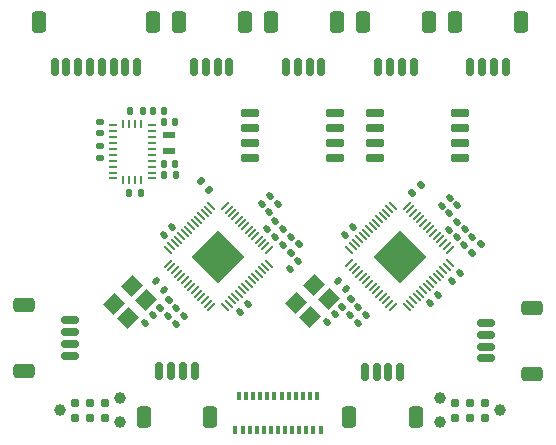
<source format=gbr>
%TF.GenerationSoftware,KiCad,Pcbnew,7.0.8*%
%TF.CreationDate,2023-12-04T13:14:01+00:00*%
%TF.ProjectId,tundraIOExpansion,74756e64-7261-4494-9f45-7870616e7369,rev?*%
%TF.SameCoordinates,Original*%
%TF.FileFunction,Soldermask,Top*%
%TF.FilePolarity,Negative*%
%FSLAX46Y46*%
G04 Gerber Fmt 4.6, Leading zero omitted, Abs format (unit mm)*
G04 Created by KiCad (PCBNEW 7.0.8) date 2023-12-04 13:14:01*
%MOMM*%
%LPD*%
G01*
G04 APERTURE LIST*
G04 Aperture macros list*
%AMRoundRect*
0 Rectangle with rounded corners*
0 $1 Rounding radius*
0 $2 $3 $4 $5 $6 $7 $8 $9 X,Y pos of 4 corners*
0 Add a 4 corners polygon primitive as box body*
4,1,4,$2,$3,$4,$5,$6,$7,$8,$9,$2,$3,0*
0 Add four circle primitives for the rounded corners*
1,1,$1+$1,$2,$3*
1,1,$1+$1,$4,$5*
1,1,$1+$1,$6,$7*
1,1,$1+$1,$8,$9*
0 Add four rect primitives between the rounded corners*
20,1,$1+$1,$2,$3,$4,$5,0*
20,1,$1+$1,$4,$5,$6,$7,0*
20,1,$1+$1,$6,$7,$8,$9,0*
20,1,$1+$1,$8,$9,$2,$3,0*%
%AMRotRect*
0 Rectangle, with rotation*
0 The origin of the aperture is its center*
0 $1 length*
0 $2 width*
0 $3 Rotation angle, in degrees counterclockwise*
0 Add horizontal line*
21,1,$1,$2,0,0,$3*%
G04 Aperture macros list end*
%ADD10RoundRect,0.135000X-0.035355X0.226274X-0.226274X0.035355X0.035355X-0.226274X0.226274X-0.035355X0*%
%ADD11RoundRect,0.150000X-0.650000X-0.150000X0.650000X-0.150000X0.650000X0.150000X-0.650000X0.150000X0*%
%ADD12RoundRect,0.135000X-0.135000X-0.185000X0.135000X-0.185000X0.135000X0.185000X-0.135000X0.185000X0*%
%ADD13RoundRect,0.150000X-0.150000X-0.625000X0.150000X-0.625000X0.150000X0.625000X-0.150000X0.625000X0*%
%ADD14RoundRect,0.250000X-0.350000X-0.650000X0.350000X-0.650000X0.350000X0.650000X-0.350000X0.650000X0*%
%ADD15RoundRect,0.140000X-0.219203X-0.021213X-0.021213X-0.219203X0.219203X0.021213X0.021213X0.219203X0*%
%ADD16C,0.990600*%
%ADD17C,0.787400*%
%ADD18RoundRect,0.140000X0.021213X-0.219203X0.219203X-0.021213X-0.021213X0.219203X-0.219203X0.021213X0*%
%ADD19RoundRect,0.135000X0.185000X-0.135000X0.185000X0.135000X-0.185000X0.135000X-0.185000X-0.135000X0*%
%ADD20RoundRect,0.050000X-0.309359X0.238649X0.238649X-0.309359X0.309359X-0.238649X-0.238649X0.309359X0*%
%ADD21RoundRect,0.050000X-0.309359X-0.238649X-0.238649X-0.309359X0.309359X0.238649X0.238649X0.309359X0*%
%ADD22RotRect,3.200000X3.200000X315.000000*%
%ADD23RoundRect,0.150000X-0.625000X0.150000X-0.625000X-0.150000X0.625000X-0.150000X0.625000X0.150000X0*%
%ADD24RoundRect,0.250000X-0.650000X0.350000X-0.650000X-0.350000X0.650000X-0.350000X0.650000X0.350000X0*%
%ADD25RoundRect,0.135000X0.035355X-0.226274X0.226274X-0.035355X-0.035355X0.226274X-0.226274X0.035355X0*%
%ADD26RoundRect,0.150000X0.150000X0.625000X-0.150000X0.625000X-0.150000X-0.625000X0.150000X-0.625000X0*%
%ADD27RoundRect,0.250000X0.350000X0.650000X-0.350000X0.650000X-0.350000X-0.650000X0.350000X-0.650000X0*%
%ADD28RoundRect,0.140000X-0.021213X0.219203X-0.219203X0.021213X0.021213X-0.219203X0.219203X-0.021213X0*%
%ADD29RoundRect,0.140000X0.140000X0.170000X-0.140000X0.170000X-0.140000X-0.170000X0.140000X-0.170000X0*%
%ADD30RoundRect,0.135000X0.135000X0.185000X-0.135000X0.185000X-0.135000X-0.185000X0.135000X-0.185000X0*%
%ADD31RotRect,1.400000X1.200000X225.000000*%
%ADD32RoundRect,0.140000X-0.170000X0.140000X-0.170000X-0.140000X0.170000X-0.140000X0.170000X0.140000X0*%
%ADD33R,0.300000X0.800000*%
%ADD34R,0.300000X0.650000*%
%ADD35RoundRect,0.150000X0.625000X-0.150000X0.625000X0.150000X-0.625000X0.150000X-0.625000X-0.150000X0*%
%ADD36RoundRect,0.250000X0.650000X-0.350000X0.650000X0.350000X-0.650000X0.350000X-0.650000X-0.350000X0*%
%ADD37R,0.675000X0.254000*%
%ADD38R,0.254000X0.675000*%
%ADD39R,1.100000X0.600000*%
%ADD40RoundRect,0.135000X0.226274X0.035355X0.035355X0.226274X-0.226274X-0.035355X-0.035355X-0.226274X0*%
G04 APERTURE END LIST*
D10*
%TO.C,R1*%
X155937668Y-76955050D03*
X155216420Y-77676298D03*
%TD*%
D11*
%TO.C,U2*%
X146970000Y-65845000D03*
X146970000Y-67115000D03*
X146970000Y-68385000D03*
X146970000Y-69655000D03*
X154170000Y-69655000D03*
X154170000Y-68385000D03*
X154170000Y-67115000D03*
X154170000Y-65845000D03*
%TD*%
D12*
%TO.C,R6*%
X126170000Y-72577500D03*
X127190000Y-72577500D03*
%TD*%
D13*
%TO.C,USB2*%
X128730000Y-87710000D03*
X129730000Y-87710000D03*
X130730000Y-87710000D03*
X131730000Y-87710000D03*
D14*
X127430000Y-91585000D03*
X133030000Y-91585000D03*
%TD*%
D13*
%TO.C,USB1*%
X146130000Y-87720000D03*
X147130000Y-87720000D03*
X148130000Y-87720000D03*
X149130000Y-87720000D03*
D14*
X144830000Y-91595000D03*
X150430000Y-91595000D03*
%TD*%
D15*
%TO.C,C11*%
X143860589Y-80010589D03*
X144539411Y-80689411D03*
%TD*%
D16*
%TO.C,J3*%
X120290000Y-91010000D03*
X125370000Y-89994000D03*
X125370000Y-92026000D03*
D17*
X121560000Y-91645000D03*
X121560000Y-90375000D03*
X122830000Y-91645000D03*
X122830000Y-90375000D03*
X124100000Y-91645000D03*
X124100000Y-90375000D03*
%TD*%
D18*
%TO.C,C28*%
X139184060Y-77007299D03*
X139862882Y-76328477D03*
%TD*%
D19*
%TO.C,R4*%
X123720000Y-69670000D03*
X123720000Y-68650000D03*
%TD*%
D20*
%TO.C,U1*%
X148494213Y-73705787D03*
X148211370Y-73988630D03*
X147928528Y-74271472D03*
X147645685Y-74554315D03*
X147362842Y-74837158D03*
X147080000Y-75120000D03*
X146797157Y-75402843D03*
X146514314Y-75685686D03*
X146231471Y-75968529D03*
X145948629Y-76251371D03*
X145665786Y-76534214D03*
X145382943Y-76817057D03*
X145100101Y-77099899D03*
X144817258Y-77382742D03*
D21*
X144817258Y-78567146D03*
X145100101Y-78849989D03*
X145382943Y-79132831D03*
X145665786Y-79415674D03*
X145948629Y-79698517D03*
X146231471Y-79981359D03*
X146514314Y-80264202D03*
X146797157Y-80547045D03*
X147080000Y-80829888D03*
X147362842Y-81112730D03*
X147645685Y-81395573D03*
X147928528Y-81678416D03*
X148211370Y-81961258D03*
X148494213Y-82244101D03*
D20*
X149678617Y-82244101D03*
X149961460Y-81961258D03*
X150244302Y-81678416D03*
X150527145Y-81395573D03*
X150809988Y-81112730D03*
X151092830Y-80829888D03*
X151375673Y-80547045D03*
X151658516Y-80264202D03*
X151941359Y-79981359D03*
X152224201Y-79698517D03*
X152507044Y-79415674D03*
X152789887Y-79132831D03*
X153072729Y-78849989D03*
X153355572Y-78567146D03*
D21*
X153355572Y-77382742D03*
X153072729Y-77099899D03*
X152789887Y-76817057D03*
X152507044Y-76534214D03*
X152224201Y-76251371D03*
X151941359Y-75968529D03*
X151658516Y-75685686D03*
X151375673Y-75402843D03*
X151092830Y-75120000D03*
X150809988Y-74837158D03*
X150527145Y-74554315D03*
X150244302Y-74271472D03*
X149961460Y-73988630D03*
X149678617Y-73705787D03*
D22*
X149086415Y-77974944D03*
%TD*%
D18*
%TO.C,C10*%
X154567633Y-77005085D03*
X155246455Y-76326263D03*
%TD*%
%TO.C,C6*%
X153290589Y-74329411D03*
X153969411Y-73650589D03*
%TD*%
D16*
%TO.C,J2*%
X157570000Y-91010000D03*
X152490000Y-92026000D03*
X152490000Y-89994000D03*
D17*
X156300000Y-90375000D03*
X156300000Y-91645000D03*
X155030000Y-90375000D03*
X155030000Y-91645000D03*
X153760000Y-90375000D03*
X153760000Y-91645000D03*
%TD*%
D23*
%TO.C,FINGER5R1*%
X121140000Y-83390000D03*
X121140000Y-84390000D03*
X121140000Y-85390000D03*
X121140000Y-86390000D03*
D24*
X117265000Y-82090000D03*
X117265000Y-87690000D03*
%TD*%
D25*
%TO.C,R2*%
X144239376Y-82270624D03*
X144960624Y-81549376D03*
%TD*%
D26*
%TO.C,FingerAux1*%
X126860000Y-61955000D03*
X125860000Y-61955000D03*
X124860000Y-61955000D03*
X123860000Y-61955000D03*
X122860000Y-61955000D03*
X121860000Y-61955000D03*
X120860000Y-61955000D03*
X119860000Y-61955000D03*
D27*
X128160000Y-58080000D03*
X118560000Y-58080000D03*
%TD*%
D26*
%TO.C,FINGER4*%
X158060000Y-61955000D03*
X157060000Y-61955000D03*
X156060000Y-61955000D03*
X155060000Y-61955000D03*
D27*
X159360000Y-58080000D03*
X153760000Y-58080000D03*
%TD*%
D25*
%TO.C,R9*%
X150149376Y-72610624D03*
X150870624Y-71889376D03*
%TD*%
D28*
%TO.C,C25*%
X130809411Y-82990589D03*
X130130589Y-83669411D03*
%TD*%
D18*
%TO.C,C3*%
X151617633Y-81925085D03*
X152296455Y-81246263D03*
%TD*%
%TO.C,C18*%
X139780589Y-79059411D03*
X140459411Y-78380589D03*
%TD*%
D29*
%TO.C,C16*%
X130080000Y-66597500D03*
X129120000Y-66597500D03*
%TD*%
D18*
%TO.C,C27*%
X137400589Y-73539411D03*
X138079411Y-72860589D03*
%TD*%
D28*
%TO.C,C8*%
X146229411Y-82910589D03*
X145550589Y-83589411D03*
%TD*%
D29*
%TO.C,C13*%
X129120000Y-65677500D03*
X128160000Y-65677500D03*
%TD*%
D30*
%TO.C,R5*%
X130130000Y-71050000D03*
X129110000Y-71050000D03*
%TD*%
D28*
%TO.C,C22*%
X130159411Y-82330589D03*
X129480589Y-83009411D03*
%TD*%
D18*
%TO.C,C26*%
X138060589Y-74189411D03*
X138739411Y-73510589D03*
%TD*%
D28*
%TO.C,C20*%
X136259411Y-81960589D03*
X135580589Y-82639411D03*
%TD*%
D31*
%TO.C,Y1*%
X141856777Y-80381142D03*
X140301142Y-81936777D03*
X141503223Y-83138858D03*
X143058858Y-81583223D03*
%TD*%
D26*
%TO.C,FINGER1*%
X134660000Y-61955000D03*
X133660000Y-61955000D03*
X132660000Y-61955000D03*
X131660000Y-61955000D03*
D27*
X135960000Y-58080000D03*
X130360000Y-58080000D03*
%TD*%
D32*
%TO.C,C14*%
X123730000Y-66547500D03*
X123730000Y-67507500D03*
%TD*%
D18*
%TO.C,C9*%
X152640589Y-73669411D03*
X153319411Y-72990589D03*
%TD*%
D15*
%TO.C,C19*%
X128430589Y-80090589D03*
X129109411Y-80769411D03*
%TD*%
D26*
%TO.C,FINGER3*%
X150260000Y-61955000D03*
X149260000Y-61955000D03*
X148260000Y-61955000D03*
X147260000Y-61955000D03*
D27*
X151560000Y-58080000D03*
X145960000Y-58080000D03*
%TD*%
D28*
%TO.C,C5*%
X145136455Y-75446263D03*
X144457633Y-76125085D03*
%TD*%
%TO.C,C12*%
X143629411Y-82870589D03*
X142950589Y-83549411D03*
%TD*%
D10*
%TO.C,R8*%
X140564095Y-76957264D03*
X139842847Y-77678512D03*
%TD*%
D18*
%TO.C,C23*%
X137864060Y-75687299D03*
X138542882Y-75008477D03*
%TD*%
D33*
%TO.C,J1*%
X135180000Y-92637500D03*
D34*
X135480000Y-89762500D03*
D33*
X135780000Y-92637500D03*
D34*
X136080000Y-89762500D03*
D33*
X136380000Y-92637500D03*
D34*
X136680000Y-89762500D03*
D33*
X136980000Y-92637500D03*
D34*
X137280000Y-89762500D03*
D33*
X137580000Y-92637500D03*
D34*
X137880000Y-89762500D03*
D33*
X138180000Y-92637500D03*
D34*
X138480000Y-89762500D03*
D33*
X138780000Y-92637500D03*
D34*
X139080000Y-89762500D03*
D33*
X139380000Y-92637500D03*
D34*
X139680000Y-89762500D03*
D33*
X139980000Y-92637500D03*
D34*
X140280000Y-89762500D03*
D33*
X140580000Y-92637500D03*
D34*
X140880000Y-89762500D03*
D33*
X141180000Y-92637500D03*
D34*
X141480000Y-89762500D03*
D33*
X141780000Y-92637500D03*
D34*
X142080000Y-89762500D03*
D33*
X142380000Y-92637500D03*
%TD*%
D35*
%TO.C,FINGER5L1*%
X156420000Y-86610000D03*
X156420000Y-85610000D03*
X156420000Y-84610000D03*
X156420000Y-83610000D03*
D36*
X160295000Y-87910000D03*
X160295000Y-82310000D03*
%TD*%
D18*
%TO.C,C7*%
X153247633Y-75695085D03*
X153926455Y-75016263D03*
%TD*%
D11*
%TO.C,U4*%
X136420000Y-65855000D03*
X136420000Y-67125000D03*
X136420000Y-68395000D03*
X136420000Y-69665000D03*
X143620000Y-69665000D03*
X143620000Y-68395000D03*
X143620000Y-67125000D03*
X143620000Y-65855000D03*
%TD*%
D37*
%TO.C,U3*%
X128102500Y-66870000D03*
D38*
X127190000Y-66732500D03*
X126690000Y-66732500D03*
X126190000Y-66732500D03*
X125690000Y-66732500D03*
D37*
X124777500Y-66870000D03*
X124777500Y-67370000D03*
X124777500Y-67870000D03*
X124777500Y-68370000D03*
X124777500Y-68870000D03*
X124777500Y-69370000D03*
X124777500Y-69870000D03*
X124777500Y-70370000D03*
X124777500Y-70870000D03*
X124777500Y-71370000D03*
D38*
X125690000Y-71507500D03*
X126190000Y-71507500D03*
X126690000Y-71507500D03*
X127190000Y-71507500D03*
D37*
X128102500Y-71370000D03*
X128102500Y-70870000D03*
X128102500Y-70370000D03*
X128102500Y-69870000D03*
X128102500Y-69370000D03*
X128102500Y-68870000D03*
X128102500Y-68370000D03*
X128102500Y-67870000D03*
X128102500Y-67370000D03*
%TD*%
D28*
%TO.C,C4*%
X145579411Y-82250589D03*
X144900589Y-82929411D03*
%TD*%
D20*
%TO.C,U5*%
X133141370Y-73727259D03*
X132858527Y-74010102D03*
X132575685Y-74292944D03*
X132292842Y-74575787D03*
X132009999Y-74858630D03*
X131727157Y-75141472D03*
X131444314Y-75424315D03*
X131161471Y-75707158D03*
X130878628Y-75990001D03*
X130595786Y-76272843D03*
X130312943Y-76555686D03*
X130030100Y-76838529D03*
X129747258Y-77121371D03*
X129464415Y-77404214D03*
D21*
X129464415Y-78588618D03*
X129747258Y-78871461D03*
X130030100Y-79154303D03*
X130312943Y-79437146D03*
X130595786Y-79719989D03*
X130878628Y-80002831D03*
X131161471Y-80285674D03*
X131444314Y-80568517D03*
X131727157Y-80851360D03*
X132009999Y-81134202D03*
X132292842Y-81417045D03*
X132575685Y-81699888D03*
X132858527Y-81982730D03*
X133141370Y-82265573D03*
D20*
X134325774Y-82265573D03*
X134608617Y-81982730D03*
X134891459Y-81699888D03*
X135174302Y-81417045D03*
X135457145Y-81134202D03*
X135739987Y-80851360D03*
X136022830Y-80568517D03*
X136305673Y-80285674D03*
X136588516Y-80002831D03*
X136871358Y-79719989D03*
X137154201Y-79437146D03*
X137437044Y-79154303D03*
X137719886Y-78871461D03*
X138002729Y-78588618D03*
D21*
X138002729Y-77404214D03*
X137719886Y-77121371D03*
X137437044Y-76838529D03*
X137154201Y-76555686D03*
X136871358Y-76272843D03*
X136588516Y-75990001D03*
X136305673Y-75707158D03*
X136022830Y-75424315D03*
X135739987Y-75141472D03*
X135457145Y-74858630D03*
X135174302Y-74575787D03*
X134891459Y-74292944D03*
X134608617Y-74010102D03*
X134325774Y-73727259D03*
D22*
X133733572Y-77996416D03*
%TD*%
D18*
%TO.C,C1*%
X153907633Y-76345085D03*
X154586455Y-75666263D03*
%TD*%
D39*
%TO.C,Y3*%
X129590000Y-69057500D03*
X129590000Y-67657500D03*
%TD*%
D29*
%TO.C,C15*%
X130080000Y-70117500D03*
X129120000Y-70117500D03*
%TD*%
D28*
%TO.C,C21*%
X128209411Y-82950589D03*
X127530589Y-83629411D03*
%TD*%
%TO.C,C2*%
X154166455Y-79376263D03*
X153487633Y-80055085D03*
%TD*%
D40*
%TO.C,R10*%
X132980624Y-72320624D03*
X132259376Y-71599376D03*
%TD*%
D25*
%TO.C,R7*%
X128819376Y-82350624D03*
X129540624Y-81629376D03*
%TD*%
D31*
%TO.C,Y2*%
X126436777Y-80461142D03*
X124881142Y-82016777D03*
X126083223Y-83218858D03*
X127638858Y-81663223D03*
%TD*%
D12*
%TO.C,R3*%
X126290000Y-65667500D03*
X127310000Y-65667500D03*
%TD*%
D18*
%TO.C,C17*%
X138524060Y-76347299D03*
X139202882Y-75668477D03*
%TD*%
D28*
%TO.C,C24*%
X129775826Y-75474162D03*
X129097004Y-76152984D03*
%TD*%
D26*
%TO.C,FINGER2*%
X142460000Y-61955000D03*
X141460000Y-61955000D03*
X140460000Y-61955000D03*
X139460000Y-61955000D03*
D27*
X143760000Y-58080000D03*
X138160000Y-58080000D03*
%TD*%
M02*

</source>
